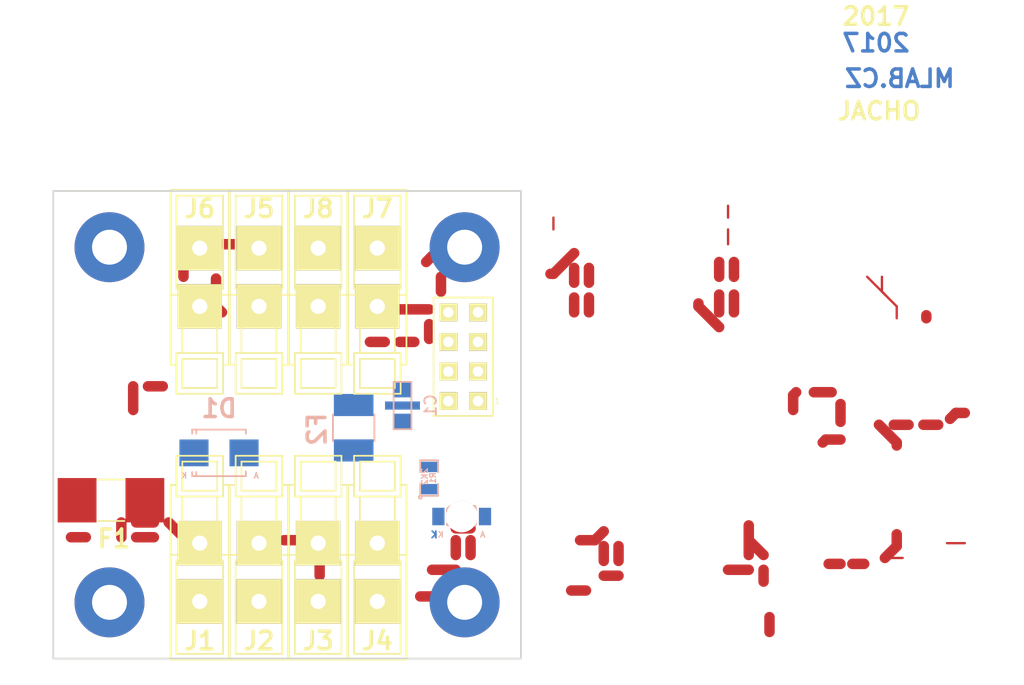
<source format=kicad_pcb>
(kicad_pcb (version 20170123) (host pcbnew "(2017-02-05 revision 431abcf)-makepkg")

  (general
    (links 31)
    (no_connects 31)
    (area 0.178999 -40.461001 81.101001 -0.178999)
    (thickness 1.6)
    (drawings 8)
    (tracks 91)
    (zones 0)
    (modules 19)
    (nets 7)
  )

  (page A4)
  (layers
    (0 F.Cu signal hide)
    (31 B.Cu signal)
    (32 B.Adhes user)
    (33 F.Adhes user)
    (34 B.Paste user)
    (35 F.Paste user)
    (36 B.SilkS user)
    (37 F.SilkS user)
    (38 B.Mask user)
    (39 F.Mask user)
    (40 Dwgs.User user)
    (41 Cmts.User user)
    (42 Eco1.User user)
    (43 Eco2.User user)
    (44 Edge.Cuts user)
    (45 Margin user)
    (46 B.CrtYd user)
    (47 F.CrtYd user)
    (48 B.Fab user)
    (49 F.Fab user)
  )

  (setup
    (last_trace_width 0.3)
    (user_trace_width 0.6)
    (user_trace_width 0.7)
    (user_trace_width 0.9)
    (user_trace_width 1.3)
    (user_trace_width 6)
    (trace_clearance 0.2)
    (zone_clearance 0.3)
    (zone_45_only yes)
    (trace_min 0.2)
    (segment_width 0.2)
    (edge_width 0.15)
    (via_size 0.8)
    (via_drill 0.4)
    (via_min_size 0.4)
    (via_min_drill 0.3)
    (uvia_size 0.3)
    (uvia_drill 0.127)
    (uvias_allowed no)
    (uvia_min_size 0.2)
    (uvia_min_drill 0.1)
    (pcb_text_width 0.3)
    (pcb_text_size 1.5 1.5)
    (mod_edge_width 0.15)
    (mod_text_size 1 1)
    (mod_text_width 0.15)
    (pad_size 1.524 1.524)
    (pad_drill 0.762)
    (pad_to_mask_clearance 0.2)
    (solder_mask_min_width 0.2)
    (aux_axis_origin 0 0)
    (visible_elements 7FFFFF7F)
    (pcbplotparams
      (layerselection 0x010e0_ffffffff)
      (usegerberextensions false)
      (excludeedgelayer true)
      (linewidth 0.300000)
      (plotframeref false)
      (viasonmask false)
      (mode 1)
      (useauxorigin false)
      (hpglpennumber 1)
      (hpglpenspeed 20)
      (hpglpendiameter 15)
      (psnegative false)
      (psa4output false)
      (plotreference true)
      (plotvalue true)
      (plotinvisibletext false)
      (padsonsilk false)
      (subtractmaskfromsilk false)
      (outputformat 1)
      (mirror false)
      (drillshape 0)
      (scaleselection 1)
      (outputdirectory ../CAM_PROFI/))
  )

  (net 0 "")
  (net 1 GND)
  (net 2 "Net-(D1-Pad1)")
  (net 3 "Net-(D2-Pad1)")
  (net 4 "Net-(C1-Pad1)")
  (net 5 "Net-(C1-Pad3)")
  (net 6 "Net-(F1-Pad2)")

  (net_class Default "Toto je výchozí třída sítě."
    (clearance 0.2)
    (trace_width 0.3)
    (via_dia 0.8)
    (via_drill 0.4)
    (uvia_dia 0.3)
    (uvia_drill 0.127)
    (add_net "Net-(C1-Pad1)")
    (add_net "Net-(C1-Pad3)")
    (add_net "Net-(D1-Pad1)")
    (add_net "Net-(D2-Pad1)")
    (add_net "Net-(F1-Pad2)")
  )

  (net_class gnd ""
    (clearance 0.2)
    (trace_width 0.2)
    (via_dia 0.8)
    (via_drill 0.4)
    (uvia_dia 0.3)
    (uvia_drill 0.127)
    (add_net GND)
  )

  (module Mlab_Mechanical:MountingHole_3mm placed (layer F.Cu) (tedit 58806C2B) (tstamp 587F2DD9)
    (at 35.56 -35.56)
    (descr "Mounting hole, Befestigungsbohrung, 3mm, No Annular, Kein Restring,")
    (tags "Mounting hole, Befestigungsbohrung, 3mm, No Annular, Kein Restring,")
    (path /587F245C)
    (fp_text reference P1 (at 0 -4.191) (layer F.SilkS) hide
      (effects (font (thickness 0.3048)))
    )
    (fp_text value _ (at 0 4.191) (layer F.SilkS) hide
      (effects (font (thickness 0.3048)))
    )
    (fp_circle (center 0 0) (end 2.99974 0) (layer Cmts.User) (width 0.381))
    (pad 1 thru_hole circle (at 0 0) (size 6 6) (drill 3) (layers *.Cu *.Adhes *.Mask)
      (clearance 1) (zone_connect 2))
  )

  (module Mlab_Mechanical:MountingHole_3mm placed (layer F.Cu) (tedit 58806C2B) (tstamp 587F2DDE)
    (at 35.56 -5.08)
    (descr "Mounting hole, Befestigungsbohrung, 3mm, No Annular, Kein Restring,")
    (tags "Mounting hole, Befestigungsbohrung, 3mm, No Annular, Kein Restring,")
    (path /587F2725)
    (fp_text reference P2 (at 0 -4.191) (layer F.SilkS) hide
      (effects (font (thickness 0.3048)))
    )
    (fp_text value _ (at 0 4.191) (layer F.SilkS) hide
      (effects (font (thickness 0.3048)))
    )
    (fp_circle (center 0 0) (end 2.99974 0) (layer Cmts.User) (width 0.381))
    (pad 1 thru_hole circle (at 0 0) (size 6 6) (drill 3) (layers *.Cu *.Adhes *.Mask)
      (clearance 1) (zone_connect 2))
  )

  (module Mlab_Mechanical:MountingHole_3mm placed (layer F.Cu) (tedit 58806C2B) (tstamp 587F2DE3)
    (at 5.08 -35.56)
    (descr "Mounting hole, Befestigungsbohrung, 3mm, No Annular, Kein Restring,")
    (tags "Mounting hole, Befestigungsbohrung, 3mm, No Annular, Kein Restring,")
    (path /587F26AA)
    (fp_text reference P3 (at 0 -4.191) (layer F.SilkS) hide
      (effects (font (thickness 0.3048)))
    )
    (fp_text value _ (at 0 4.191) (layer F.SilkS) hide
      (effects (font (thickness 0.3048)))
    )
    (fp_circle (center 0 0) (end 2.99974 0) (layer Cmts.User) (width 0.381))
    (pad 1 thru_hole circle (at 0 0) (size 6 6) (drill 3) (layers *.Cu *.Adhes *.Mask)
      (clearance 1) (zone_connect 2))
  )

  (module Mlab_Mechanical:MountingHole_3mm placed (layer F.Cu) (tedit 58806C2B) (tstamp 587F2DE8)
    (at 5.08 -5.08)
    (descr "Mounting hole, Befestigungsbohrung, 3mm, No Annular, Kein Restring,")
    (tags "Mounting hole, Befestigungsbohrung, 3mm, No Annular, Kein Restring,")
    (path /587F27A7)
    (fp_text reference P4 (at 0 -4.191) (layer F.SilkS) hide
      (effects (font (thickness 0.3048)))
    )
    (fp_text value _ (at 0 4.191) (layer F.SilkS) hide
      (effects (font (thickness 0.3048)))
    )
    (fp_circle (center 0 0) (end 2.99974 0) (layer Cmts.User) (width 0.381))
    (pad 1 thru_hole circle (at 0 0) (size 6 6) (drill 3) (layers *.Cu *.Adhes *.Mask)
      (clearance 1) (zone_connect 2))
  )

  (module Mlab_L:FIR1 (layer B.Cu) (tedit 54BBE5C1) (tstamp 58D10B36)
    (at 30.226 -21.971 90)
    (path /58D206F9)
    (fp_text reference C1 (at 0 2.413 90) (layer B.SilkS)
      (effects (font (size 1 1) (thickness 0.15)) (justify mirror))
    )
    (fp_text value NFM21PC105 (at 2.794 -1.905 90) (layer B.SilkS) hide
      (effects (font (size 1 1) (thickness 0.15)) (justify mirror))
    )
    (fp_line (start -2.032 0.762) (end 2.032 0.762) (layer B.SilkS) (width 0.15))
    (fp_line (start 2.032 0.762) (end 2.032 -0.762) (layer B.SilkS) (width 0.15))
    (fp_line (start 2.032 -0.762) (end -2.032 -0.762) (layer B.SilkS) (width 0.15))
    (fp_line (start -2.032 -0.762) (end -2.032 0.762) (layer B.SilkS) (width 0.15))
    (fp_line (start -2.032 0.762) (end -2.032 0.635) (layer B.SilkS) (width 0.15))
    (pad 1 smd rect (at -1.35 0 90) (size 1.3 1.5) (layers B.Cu B.Paste B.Mask)
      (net 4 "Net-(C1-Pad1)"))
    (pad 2 smd rect (at 0 0 90) (size 0.7 3) (layers B.Cu B.Paste B.Mask)
      (net 1 GND))
    (pad 3 smd rect (at 1.35 0 90) (size 1.3 1.5) (layers B.Cu B.Paste B.Mask)
      (net 5 "Net-(C1-Pad3)"))
    (model MLAB_3D/Resistors/chip_cms.wrl
      (at (xyz 0 0 0))
      (scale (xyz 0.13 0.13 0.13))
      (rotate (xyz 0 0 0))
    )
  )

  (module Mlab_D:SMB_Standard (layer B.Cu) (tedit 57E4C38F) (tstamp 58D10B43)
    (at 14.478 -17.907 180)
    (descr "Diode SMB Standard")
    (tags "Diode SMB Standard")
    (path /587F4E10)
    (attr smd)
    (fp_text reference D1 (at 0 3.81 180) (layer B.SilkS)
      (effects (font (thickness 0.3048)) (justify mirror))
    )
    (fp_text value SMBJ15A-E3/52 (at 0 -3.81 180) (layer B.SilkS) hide
      (effects (font (thickness 0.3048)) (justify mirror))
    )
    (fp_text user A (at -3.2004 -1.95072 180) (layer B.SilkS)
      (effects (font (size 0.50038 0.50038) (thickness 0.09906)) (justify mirror))
    )
    (fp_text user K (at 2.99974 -1.95072 180) (layer B.SilkS)
      (effects (font (size 0.50038 0.50038) (thickness 0.09906)) (justify mirror))
    )
    (fp_line (start -2.30124 -1.75006) (end -2.30124 -1.6002) (layer B.SilkS) (width 0.15))
    (fp_line (start 1.95072 -1.75006) (end 1.95072 -1.651) (layer B.SilkS) (width 0.15))
    (fp_line (start 2.30124 -1.75006) (end 2.30124 -1.651) (layer B.SilkS) (width 0.15))
    (fp_line (start -2.30124 1.75006) (end -2.30124 1.651) (layer B.SilkS) (width 0.15))
    (fp_line (start 1.95072 1.75006) (end 1.95072 1.651) (layer B.SilkS) (width 0.15))
    (fp_line (start 2.30124 1.75006) (end 2.30124 1.651) (layer B.SilkS) (width 0.15))
    (fp_circle (center 0 0) (end 0.44958 -0.09906) (layer B.Adhes) (width 0.381))
    (fp_circle (center 0 0) (end 0.20066 -0.09906) (layer B.Adhes) (width 0.381))
    (fp_line (start 1.95072 -1.99898) (end 1.95072 -1.80086) (layer B.SilkS) (width 0.15))
    (fp_line (start 1.95072 1.99898) (end 1.95072 1.80086) (layer B.SilkS) (width 0.15))
    (fp_line (start 2.29616 -1.99644) (end 2.29616 -1.79832) (layer B.SilkS) (width 0.15))
    (fp_line (start -2.30632 -1.99644) (end 2.29616 -1.99644) (layer B.SilkS) (width 0.15))
    (fp_line (start -2.30632 -1.99644) (end -2.30632 -1.79832) (layer B.SilkS) (width 0.15))
    (fp_line (start -2.30124 1.99898) (end -2.30124 1.80086) (layer B.SilkS) (width 0.15))
    (fp_line (start -2.30124 1.99898) (end 2.30124 1.99898) (layer B.SilkS) (width 0.15))
    (fp_line (start 2.30124 1.99898) (end 2.30124 1.80086) (layer B.SilkS) (width 0.15))
    (pad 1 smd rect (at 2.14884 0 180) (size 2.49936 2.30124) (layers B.Cu B.Paste B.Mask)
      (net 2 "Net-(D1-Pad1)"))
    (pad 2 smd rect (at -2.14884 0 180) (size 2.49936 2.30124) (layers B.Cu B.Paste B.Mask)
      (net 1 GND))
    (model MLAB_3D/Diodes/SMB.wrl
      (at (xyz 0 0 0))
      (scale (xyz 0.3937 0.3937 0.3937))
      (rotate (xyz 0 0 0))
    )
  )

  (module Mlab_F:Drzak_2410 (layer F.Cu) (tedit 58D1358B) (tstamp 58D10B6A)
    (at 5.207 -13.843)
    (descr "F 2410 s držákem")
    (tags "F 2410 s držákem")
    (path /58D15B83)
    (attr smd)
    (fp_text reference F1 (at 0.254 3.302) (layer F.SilkS)
      (effects (font (thickness 0.3048)))
    )
    (fp_text value 5A (at 0 3.81) (layer F.SilkS) hide
      (effects (font (thickness 0.3048)))
    )
    (fp_line (start -1.143 -1.778) (end 1.143 -1.778) (layer F.SilkS) (width 0.15))
    (fp_line (start -1.143 1.778) (end 1.143 1.778) (layer F.SilkS) (width 0.15))
    (pad 2 smd rect (at 2.91 0) (size 3.33 3.81) (layers F.Cu F.Paste F.Mask)
      (net 6 "Net-(F1-Pad2)"))
    (pad 1 smd rect (at -2.91 0) (size 3.33 3.81) (layers F.Cu F.Paste F.Mask)
      (net 2 "Net-(D1-Pad1)"))
    (model MLAB_3D/Diodes/MiniMELF_DO213AA.wrl
      (at (xyz 0 0 0))
      (scale (xyz 0.3937 0.3937 0.3937))
      (rotate (xyz 0 0 0))
    )
  )

  (module Mlab_CON:WAGO256 (layer F.Cu) (tedit 564C6037) (tstamp 58D10B82)
    (at 12.827 -7.62 90)
    (descr "WAGO-Series 236, 2Stift, 1pol, RM 5mm,")
    (tags "WAGO-Series 236, 2Stift, 1pol, RM 5mm, Anreibare Leiterplattenklemme")
    (path /58821980)
    (fp_text reference J1 (at -5.842 0 180) (layer F.SilkS)
      (effects (font (thickness 0.3048)))
    )
    (fp_text value CONN1_1 (at 0.254 4.064 90) (layer F.SilkS) hide
      (effects (font (thickness 0.3048)))
    )
    (fp_line (start -7.46 -2.5) (end 1.54 -2.5) (layer F.SilkS) (width 0.15))
    (fp_line (start 1.54 2.5) (end -7.46 2.5) (layer F.SilkS) (width 0.15))
    (fp_line (start 1.54 -2.5) (end 7.54 -2.5) (layer F.SilkS) (width 0.15))
    (fp_line (start -6.9601 -2) (end 1.0399 -2) (layer F.SilkS) (width 0.15))
    (fp_line (start 3.54 -1.5) (end 6.54 -1.5) (layer F.SilkS) (width 0.15))
    (fp_line (start 1.54 2.5) (end 7.54 2.5) (layer F.SilkS) (width 0.15))
    (fp_line (start -6.9601 2) (end 1.0399 2) (layer F.SilkS) (width 0.15))
    (fp_line (start 3.54 1.5) (end 6.54 1.5) (layer F.SilkS) (width 0.15))
    (fp_line (start 6.54 -2) (end 10.041 -2) (layer F.SilkS) (width 0.15))
    (fp_line (start 7.0401 -1.5) (end 9.54 -1.5) (layer F.SilkS) (width 0.15))
    (fp_line (start 1.0399 -1) (end 1.54 -1) (layer F.SilkS) (width 0.15))
    (fp_line (start 6.54 2) (end 10.0401 2) (layer F.SilkS) (width 0.15))
    (fp_line (start 7.0401 1.5) (end 9.54 1.5) (layer F.SilkS) (width 0.15))
    (fp_line (start 1.0399 1) (end 1.54 1) (layer F.SilkS) (width 0.15))
    (fp_line (start -6.9601 2) (end -6.9601 -2) (layer F.SilkS) (width 0.15))
    (fp_line (start 1.0399 -2) (end 1.0399 2) (layer F.SilkS) (width 0.15))
    (fp_line (start 3.54 1.5001) (end 3.54 -1.5001) (layer F.SilkS) (width 0.15))
    (fp_line (start 6.54 -2) (end 6.54 2) (layer F.SilkS) (width 0.15))
    (fp_line (start 10.0401 -2) (end 10.0401 2) (layer F.SilkS) (width 0.15))
    (fp_line (start 7.0401 1.501) (end 7.0401 -1.501) (layer F.SilkS) (width 0.15))
    (fp_line (start 9.54 1.501) (end 9.54 -1.501) (layer F.SilkS) (width 0.15))
    (fp_line (start -7.46 2.5001) (end -7.46 -2.5001) (layer F.SilkS) (width 0.15))
    (fp_line (start 1.54 2.5001) (end 1.54 -2.5001) (layer F.SilkS) (width 0.15))
    (fp_line (start 7.54 -2) (end 7.54 -2.5) (layer F.SilkS) (width 0.15))
    (fp_line (start 7.54 2.5) (end 7.54 2) (layer F.SilkS) (width 0.15))
    (pad 1 thru_hole rect (at 2.54 0 180) (size 3.81 3.81) (drill 1.3) (layers *.Cu *.Mask F.SilkS)
      (net 6 "Net-(F1-Pad2)"))
    (pad 1 thru_hole rect (at -2.46 0 180) (size 3.81 3.81) (drill 1.3) (layers *.Cu *.Mask F.SilkS)
      (net 6 "Net-(F1-Pad2)"))
  )

  (module Mlab_CON:WAGO256 (layer F.Cu) (tedit 564C6037) (tstamp 58D10B88)
    (at 17.907 -7.62 90)
    (descr "WAGO-Series 236, 2Stift, 1pol, RM 5mm,")
    (tags "WAGO-Series 236, 2Stift, 1pol, RM 5mm, Anreibare Leiterplattenklemme")
    (path /588234A6)
    (fp_text reference J2 (at -5.842 0 180) (layer F.SilkS)
      (effects (font (thickness 0.3048)))
    )
    (fp_text value CONN1_1 (at 0.254 4.064 90) (layer F.SilkS) hide
      (effects (font (thickness 0.3048)))
    )
    (fp_line (start 7.54 2.5) (end 7.54 2) (layer F.SilkS) (width 0.15))
    (fp_line (start 7.54 -2) (end 7.54 -2.5) (layer F.SilkS) (width 0.15))
    (fp_line (start 1.54 2.5001) (end 1.54 -2.5001) (layer F.SilkS) (width 0.15))
    (fp_line (start -7.46 2.5001) (end -7.46 -2.5001) (layer F.SilkS) (width 0.15))
    (fp_line (start 9.54 1.501) (end 9.54 -1.501) (layer F.SilkS) (width 0.15))
    (fp_line (start 7.0401 1.501) (end 7.0401 -1.501) (layer F.SilkS) (width 0.15))
    (fp_line (start 10.0401 -2) (end 10.0401 2) (layer F.SilkS) (width 0.15))
    (fp_line (start 6.54 -2) (end 6.54 2) (layer F.SilkS) (width 0.15))
    (fp_line (start 3.54 1.5001) (end 3.54 -1.5001) (layer F.SilkS) (width 0.15))
    (fp_line (start 1.0399 -2) (end 1.0399 2) (layer F.SilkS) (width 0.15))
    (fp_line (start -6.9601 2) (end -6.9601 -2) (layer F.SilkS) (width 0.15))
    (fp_line (start 1.0399 1) (end 1.54 1) (layer F.SilkS) (width 0.15))
    (fp_line (start 7.0401 1.5) (end 9.54 1.5) (layer F.SilkS) (width 0.15))
    (fp_line (start 6.54 2) (end 10.0401 2) (layer F.SilkS) (width 0.15))
    (fp_line (start 1.0399 -1) (end 1.54 -1) (layer F.SilkS) (width 0.15))
    (fp_line (start 7.0401 -1.5) (end 9.54 -1.5) (layer F.SilkS) (width 0.15))
    (fp_line (start 6.54 -2) (end 10.041 -2) (layer F.SilkS) (width 0.15))
    (fp_line (start 3.54 1.5) (end 6.54 1.5) (layer F.SilkS) (width 0.15))
    (fp_line (start -6.9601 2) (end 1.0399 2) (layer F.SilkS) (width 0.15))
    (fp_line (start 1.54 2.5) (end 7.54 2.5) (layer F.SilkS) (width 0.15))
    (fp_line (start 3.54 -1.5) (end 6.54 -1.5) (layer F.SilkS) (width 0.15))
    (fp_line (start -6.9601 -2) (end 1.0399 -2) (layer F.SilkS) (width 0.15))
    (fp_line (start 1.54 -2.5) (end 7.54 -2.5) (layer F.SilkS) (width 0.15))
    (fp_line (start 1.54 2.5) (end -7.46 2.5) (layer F.SilkS) (width 0.15))
    (fp_line (start -7.46 -2.5) (end 1.54 -2.5) (layer F.SilkS) (width 0.15))
    (pad 1 thru_hole rect (at -2.46 0 180) (size 3.81 3.81) (drill 1.3) (layers *.Cu *.Mask F.SilkS)
      (net 1 GND))
    (pad 1 thru_hole rect (at 2.54 0 180) (size 3.81 3.81) (drill 1.3) (layers *.Cu *.Mask F.SilkS)
      (net 1 GND))
  )

  (module Mlab_CON:WAGO256 (layer F.Cu) (tedit 564C6037) (tstamp 58D10B8E)
    (at 22.987 -7.62 90)
    (descr "WAGO-Series 236, 2Stift, 1pol, RM 5mm,")
    (tags "WAGO-Series 236, 2Stift, 1pol, RM 5mm, Anreibare Leiterplattenklemme")
    (path /58D1716C)
    (fp_text reference J3 (at -5.842 0 180) (layer F.SilkS)
      (effects (font (thickness 0.3048)))
    )
    (fp_text value CONN1_1 (at 0.254 4.064 90) (layer F.SilkS) hide
      (effects (font (thickness 0.3048)))
    )
    (fp_line (start -7.46 -2.5) (end 1.54 -2.5) (layer F.SilkS) (width 0.15))
    (fp_line (start 1.54 2.5) (end -7.46 2.5) (layer F.SilkS) (width 0.15))
    (fp_line (start 1.54 -2.5) (end 7.54 -2.5) (layer F.SilkS) (width 0.15))
    (fp_line (start -6.9601 -2) (end 1.0399 -2) (layer F.SilkS) (width 0.15))
    (fp_line (start 3.54 -1.5) (end 6.54 -1.5) (layer F.SilkS) (width 0.15))
    (fp_line (start 1.54 2.5) (end 7.54 2.5) (layer F.SilkS) (width 0.15))
    (fp_line (start -6.9601 2) (end 1.0399 2) (layer F.SilkS) (width 0.15))
    (fp_line (start 3.54 1.5) (end 6.54 1.5) (layer F.SilkS) (width 0.15))
    (fp_line (start 6.54 -2) (end 10.041 -2) (layer F.SilkS) (width 0.15))
    (fp_line (start 7.0401 -1.5) (end 9.54 -1.5) (layer F.SilkS) (width 0.15))
    (fp_line (start 1.0399 -1) (end 1.54 -1) (layer F.SilkS) (width 0.15))
    (fp_line (start 6.54 2) (end 10.0401 2) (layer F.SilkS) (width 0.15))
    (fp_line (start 7.0401 1.5) (end 9.54 1.5) (layer F.SilkS) (width 0.15))
    (fp_line (start 1.0399 1) (end 1.54 1) (layer F.SilkS) (width 0.15))
    (fp_line (start -6.9601 2) (end -6.9601 -2) (layer F.SilkS) (width 0.15))
    (fp_line (start 1.0399 -2) (end 1.0399 2) (layer F.SilkS) (width 0.15))
    (fp_line (start 3.54 1.5001) (end 3.54 -1.5001) (layer F.SilkS) (width 0.15))
    (fp_line (start 6.54 -2) (end 6.54 2) (layer F.SilkS) (width 0.15))
    (fp_line (start 10.0401 -2) (end 10.0401 2) (layer F.SilkS) (width 0.15))
    (fp_line (start 7.0401 1.501) (end 7.0401 -1.501) (layer F.SilkS) (width 0.15))
    (fp_line (start 9.54 1.501) (end 9.54 -1.501) (layer F.SilkS) (width 0.15))
    (fp_line (start -7.46 2.5001) (end -7.46 -2.5001) (layer F.SilkS) (width 0.15))
    (fp_line (start 1.54 2.5001) (end 1.54 -2.5001) (layer F.SilkS) (width 0.15))
    (fp_line (start 7.54 -2) (end 7.54 -2.5) (layer F.SilkS) (width 0.15))
    (fp_line (start 7.54 2.5) (end 7.54 2) (layer F.SilkS) (width 0.15))
    (pad 1 thru_hole rect (at 2.54 0 180) (size 3.81 3.81) (drill 1.3) (layers *.Cu *.Mask F.SilkS)
      (net 6 "Net-(F1-Pad2)"))
    (pad 1 thru_hole rect (at -2.46 0 180) (size 3.81 3.81) (drill 1.3) (layers *.Cu *.Mask F.SilkS)
      (net 6 "Net-(F1-Pad2)"))
  )

  (module Mlab_CON:WAGO256 (layer F.Cu) (tedit 564C6037) (tstamp 58D10B94)
    (at 28.067 -7.62 90)
    (descr "WAGO-Series 236, 2Stift, 1pol, RM 5mm,")
    (tags "WAGO-Series 236, 2Stift, 1pol, RM 5mm, Anreibare Leiterplattenklemme")
    (path /58D17172)
    (fp_text reference J4 (at -5.842 0 180) (layer F.SilkS)
      (effects (font (thickness 0.3048)))
    )
    (fp_text value CONN1_1 (at 0.254 4.064 90) (layer F.SilkS) hide
      (effects (font (thickness 0.3048)))
    )
    (fp_line (start 7.54 2.5) (end 7.54 2) (layer F.SilkS) (width 0.15))
    (fp_line (start 7.54 -2) (end 7.54 -2.5) (layer F.SilkS) (width 0.15))
    (fp_line (start 1.54 2.5001) (end 1.54 -2.5001) (layer F.SilkS) (width 0.15))
    (fp_line (start -7.46 2.5001) (end -7.46 -2.5001) (layer F.SilkS) (width 0.15))
    (fp_line (start 9.54 1.501) (end 9.54 -1.501) (layer F.SilkS) (width 0.15))
    (fp_line (start 7.0401 1.501) (end 7.0401 -1.501) (layer F.SilkS) (width 0.15))
    (fp_line (start 10.0401 -2) (end 10.0401 2) (layer F.SilkS) (width 0.15))
    (fp_line (start 6.54 -2) (end 6.54 2) (layer F.SilkS) (width 0.15))
    (fp_line (start 3.54 1.5001) (end 3.54 -1.5001) (layer F.SilkS) (width 0.15))
    (fp_line (start 1.0399 -2) (end 1.0399 2) (layer F.SilkS) (width 0.15))
    (fp_line (start -6.9601 2) (end -6.9601 -2) (layer F.SilkS) (width 0.15))
    (fp_line (start 1.0399 1) (end 1.54 1) (layer F.SilkS) (width 0.15))
    (fp_line (start 7.0401 1.5) (end 9.54 1.5) (layer F.SilkS) (width 0.15))
    (fp_line (start 6.54 2) (end 10.0401 2) (layer F.SilkS) (width 0.15))
    (fp_line (start 1.0399 -1) (end 1.54 -1) (layer F.SilkS) (width 0.15))
    (fp_line (start 7.0401 -1.5) (end 9.54 -1.5) (layer F.SilkS) (width 0.15))
    (fp_line (start 6.54 -2) (end 10.041 -2) (layer F.SilkS) (width 0.15))
    (fp_line (start 3.54 1.5) (end 6.54 1.5) (layer F.SilkS) (width 0.15))
    (fp_line (start -6.9601 2) (end 1.0399 2) (layer F.SilkS) (width 0.15))
    (fp_line (start 1.54 2.5) (end 7.54 2.5) (layer F.SilkS) (width 0.15))
    (fp_line (start 3.54 -1.5) (end 6.54 -1.5) (layer F.SilkS) (width 0.15))
    (fp_line (start -6.9601 -2) (end 1.0399 -2) (layer F.SilkS) (width 0.15))
    (fp_line (start 1.54 -2.5) (end 7.54 -2.5) (layer F.SilkS) (width 0.15))
    (fp_line (start 1.54 2.5) (end -7.46 2.5) (layer F.SilkS) (width 0.15))
    (fp_line (start -7.46 -2.5) (end 1.54 -2.5) (layer F.SilkS) (width 0.15))
    (pad 1 thru_hole rect (at -2.46 0 180) (size 3.81 3.81) (drill 1.3) (layers *.Cu *.Mask F.SilkS)
      (net 1 GND))
    (pad 1 thru_hole rect (at 2.54 0 180) (size 3.81 3.81) (drill 1.3) (layers *.Cu *.Mask F.SilkS)
      (net 1 GND))
  )

  (module Mlab_CON:WAGO256 (layer F.Cu) (tedit 564C6037) (tstamp 58D10B9A)
    (at 17.907 -33.02 270)
    (descr "WAGO-Series 236, 2Stift, 1pol, RM 5mm,")
    (tags "WAGO-Series 236, 2Stift, 1pol, RM 5mm, Anreibare Leiterplattenklemme")
    (path /58D14565)
    (fp_text reference J5 (at -5.842 0) (layer F.SilkS)
      (effects (font (thickness 0.3048)))
    )
    (fp_text value CONN1_1 (at 0.254 4.064 270) (layer F.SilkS) hide
      (effects (font (thickness 0.3048)))
    )
    (fp_line (start -7.46 -2.5) (end 1.54 -2.5) (layer F.SilkS) (width 0.15))
    (fp_line (start 1.54 2.5) (end -7.46 2.5) (layer F.SilkS) (width 0.15))
    (fp_line (start 1.54 -2.5) (end 7.54 -2.5) (layer F.SilkS) (width 0.15))
    (fp_line (start -6.9601 -2) (end 1.0399 -2) (layer F.SilkS) (width 0.15))
    (fp_line (start 3.54 -1.5) (end 6.54 -1.5) (layer F.SilkS) (width 0.15))
    (fp_line (start 1.54 2.5) (end 7.54 2.5) (layer F.SilkS) (width 0.15))
    (fp_line (start -6.9601 2) (end 1.0399 2) (layer F.SilkS) (width 0.15))
    (fp_line (start 3.54 1.5) (end 6.54 1.5) (layer F.SilkS) (width 0.15))
    (fp_line (start 6.54 -2) (end 10.041 -2) (layer F.SilkS) (width 0.15))
    (fp_line (start 7.0401 -1.5) (end 9.54 -1.5) (layer F.SilkS) (width 0.15))
    (fp_line (start 1.0399 -1) (end 1.54 -1) (layer F.SilkS) (width 0.15))
    (fp_line (start 6.54 2) (end 10.0401 2) (layer F.SilkS) (width 0.15))
    (fp_line (start 7.0401 1.5) (end 9.54 1.5) (layer F.SilkS) (width 0.15))
    (fp_line (start 1.0399 1) (end 1.54 1) (layer F.SilkS) (width 0.15))
    (fp_line (start -6.9601 2) (end -6.9601 -2) (layer F.SilkS) (width 0.15))
    (fp_line (start 1.0399 -2) (end 1.0399 2) (layer F.SilkS) (width 0.15))
    (fp_line (start 3.54 1.5001) (end 3.54 -1.5001) (layer F.SilkS) (width 0.15))
    (fp_line (start 6.54 -2) (end 6.54 2) (layer F.SilkS) (width 0.15))
    (fp_line (start 10.0401 -2) (end 10.0401 2) (layer F.SilkS) (width 0.15))
    (fp_line (start 7.0401 1.501) (end 7.0401 -1.501) (layer F.SilkS) (width 0.15))
    (fp_line (start 9.54 1.501) (end 9.54 -1.501) (layer F.SilkS) (width 0.15))
    (fp_line (start -7.46 2.5001) (end -7.46 -2.5001) (layer F.SilkS) (width 0.15))
    (fp_line (start 1.54 2.5001) (end 1.54 -2.5001) (layer F.SilkS) (width 0.15))
    (fp_line (start 7.54 -2) (end 7.54 -2.5) (layer F.SilkS) (width 0.15))
    (fp_line (start 7.54 2.5) (end 7.54 2) (layer F.SilkS) (width 0.15))
    (pad 1 thru_hole rect (at 2.54 0) (size 3.81 3.81) (drill 1.3) (layers *.Cu *.Mask F.SilkS)
      (net 2 "Net-(D1-Pad1)"))
    (pad 1 thru_hole rect (at -2.46 0) (size 3.81 3.81) (drill 1.3) (layers *.Cu *.Mask F.SilkS)
      (net 2 "Net-(D1-Pad1)"))
  )

  (module Mlab_CON:WAGO256 (layer F.Cu) (tedit 564C6037) (tstamp 58D10BA0)
    (at 12.827 -33.02 270)
    (descr "WAGO-Series 236, 2Stift, 1pol, RM 5mm,")
    (tags "WAGO-Series 236, 2Stift, 1pol, RM 5mm, Anreibare Leiterplattenklemme")
    (path /58D1456B)
    (fp_text reference J6 (at -5.842 0) (layer F.SilkS)
      (effects (font (thickness 0.3048)))
    )
    (fp_text value CONN1_1 (at 0.254 4.064 270) (layer F.SilkS) hide
      (effects (font (thickness 0.3048)))
    )
    (fp_line (start 7.54 2.5) (end 7.54 2) (layer F.SilkS) (width 0.15))
    (fp_line (start 7.54 -2) (end 7.54 -2.5) (layer F.SilkS) (width 0.15))
    (fp_line (start 1.54 2.5001) (end 1.54 -2.5001) (layer F.SilkS) (width 0.15))
    (fp_line (start -7.46 2.5001) (end -7.46 -2.5001) (layer F.SilkS) (width 0.15))
    (fp_line (start 9.54 1.501) (end 9.54 -1.501) (layer F.SilkS) (width 0.15))
    (fp_line (start 7.0401 1.501) (end 7.0401 -1.501) (layer F.SilkS) (width 0.15))
    (fp_line (start 10.0401 -2) (end 10.0401 2) (layer F.SilkS) (width 0.15))
    (fp_line (start 6.54 -2) (end 6.54 2) (layer F.SilkS) (width 0.15))
    (fp_line (start 3.54 1.5001) (end 3.54 -1.5001) (layer F.SilkS) (width 0.15))
    (fp_line (start 1.0399 -2) (end 1.0399 2) (layer F.SilkS) (width 0.15))
    (fp_line (start -6.9601 2) (end -6.9601 -2) (layer F.SilkS) (width 0.15))
    (fp_line (start 1.0399 1) (end 1.54 1) (layer F.SilkS) (width 0.15))
    (fp_line (start 7.0401 1.5) (end 9.54 1.5) (layer F.SilkS) (width 0.15))
    (fp_line (start 6.54 2) (end 10.0401 2) (layer F.SilkS) (width 0.15))
    (fp_line (start 1.0399 -1) (end 1.54 -1) (layer F.SilkS) (width 0.15))
    (fp_line (start 7.0401 -1.5) (end 9.54 -1.5) (layer F.SilkS) (width 0.15))
    (fp_line (start 6.54 -2) (end 10.041 -2) (layer F.SilkS) (width 0.15))
    (fp_line (start 3.54 1.5) (end 6.54 1.5) (layer F.SilkS) (width 0.15))
    (fp_line (start -6.9601 2) (end 1.0399 2) (layer F.SilkS) (width 0.15))
    (fp_line (start 1.54 2.5) (end 7.54 2.5) (layer F.SilkS) (width 0.15))
    (fp_line (start 3.54 -1.5) (end 6.54 -1.5) (layer F.SilkS) (width 0.15))
    (fp_line (start -6.9601 -2) (end 1.0399 -2) (layer F.SilkS) (width 0.15))
    (fp_line (start 1.54 -2.5) (end 7.54 -2.5) (layer F.SilkS) (width 0.15))
    (fp_line (start 1.54 2.5) (end -7.46 2.5) (layer F.SilkS) (width 0.15))
    (fp_line (start -7.46 -2.5) (end 1.54 -2.5) (layer F.SilkS) (width 0.15))
    (pad 1 thru_hole rect (at -2.46 0) (size 3.81 3.81) (drill 1.3) (layers *.Cu *.Mask F.SilkS)
      (net 1 GND))
    (pad 1 thru_hole rect (at 2.54 0) (size 3.81 3.81) (drill 1.3) (layers *.Cu *.Mask F.SilkS)
      (net 1 GND))
  )

  (module Mlab_CON:WAGO256 (layer F.Cu) (tedit 564C6037) (tstamp 58D10BAB)
    (at 22.987 -33.02 270)
    (descr "WAGO-Series 236, 2Stift, 1pol, RM 5mm,")
    (tags "WAGO-Series 236, 2Stift, 1pol, RM 5mm, Anreibare Leiterplattenklemme")
    (path /58D12FC4)
    (fp_text reference J8 (at -5.842 0) (layer F.SilkS)
      (effects (font (thickness 0.3048)))
    )
    (fp_text value CONN1_1 (at 0.254 4.064 270) (layer F.SilkS) hide
      (effects (font (thickness 0.3048)))
    )
    (fp_line (start -7.46 -2.5) (end 1.54 -2.5) (layer F.SilkS) (width 0.15))
    (fp_line (start 1.54 2.5) (end -7.46 2.5) (layer F.SilkS) (width 0.15))
    (fp_line (start 1.54 -2.5) (end 7.54 -2.5) (layer F.SilkS) (width 0.15))
    (fp_line (start -6.9601 -2) (end 1.0399 -2) (layer F.SilkS) (width 0.15))
    (fp_line (start 3.54 -1.5) (end 6.54 -1.5) (layer F.SilkS) (width 0.15))
    (fp_line (start 1.54 2.5) (end 7.54 2.5) (layer F.SilkS) (width 0.15))
    (fp_line (start -6.9601 2) (end 1.0399 2) (layer F.SilkS) (width 0.15))
    (fp_line (start 3.54 1.5) (end 6.54 1.5) (layer F.SilkS) (width 0.15))
    (fp_line (start 6.54 -2) (end 10.041 -2) (layer F.SilkS) (width 0.15))
    (fp_line (start 7.0401 -1.5) (end 9.54 -1.5) (layer F.SilkS) (width 0.15))
    (fp_line (start 1.0399 -1) (end 1.54 -1) (layer F.SilkS) (width 0.15))
    (fp_line (start 6.54 2) (end 10.0401 2) (layer F.SilkS) (width 0.15))
    (fp_line (start 7.0401 1.5) (end 9.54 1.5) (layer F.SilkS) (width 0.15))
    (fp_line (start 1.0399 1) (end 1.54 1) (layer F.SilkS) (width 0.15))
    (fp_line (start -6.9601 2) (end -6.9601 -2) (layer F.SilkS) (width 0.15))
    (fp_line (start 1.0399 -2) (end 1.0399 2) (layer F.SilkS) (width 0.15))
    (fp_line (start 3.54 1.5001) (end 3.54 -1.5001) (layer F.SilkS) (width 0.15))
    (fp_line (start 6.54 -2) (end 6.54 2) (layer F.SilkS) (width 0.15))
    (fp_line (start 10.0401 -2) (end 10.0401 2) (layer F.SilkS) (width 0.15))
    (fp_line (start 7.0401 1.501) (end 7.0401 -1.501) (layer F.SilkS) (width 0.15))
    (fp_line (start 9.54 1.501) (end 9.54 -1.501) (layer F.SilkS) (width 0.15))
    (fp_line (start -7.46 2.5001) (end -7.46 -2.5001) (layer F.SilkS) (width 0.15))
    (fp_line (start 1.54 2.5001) (end 1.54 -2.5001) (layer F.SilkS) (width 0.15))
    (fp_line (start 7.54 -2) (end 7.54 -2.5) (layer F.SilkS) (width 0.15))
    (fp_line (start 7.54 2.5) (end 7.54 2) (layer F.SilkS) (width 0.15))
    (pad 1 thru_hole rect (at 2.54 0) (size 3.81 3.81) (drill 1.3) (layers *.Cu *.Mask F.SilkS)
      (net 1 GND))
    (pad 1 thru_hole rect (at -2.46 0) (size 3.81 3.81) (drill 1.3) (layers *.Cu *.Mask F.SilkS)
      (net 1 GND))
  )

  (module Mlab_R:SMD-0805 (layer B.Cu) (tedit 54799E0C) (tstamp 58D10BCF)
    (at 32.512 -15.748 90)
    (path /58D2B23C)
    (attr smd)
    (fp_text reference R1 (at 0 0.3175 90) (layer B.SilkS)
      (effects (font (size 0.50038 0.50038) (thickness 0.10922)) (justify mirror))
    )
    (fp_text value 2K2 (at 0.127 -0.381 90) (layer B.SilkS)
      (effects (font (size 0.50038 0.50038) (thickness 0.10922)) (justify mirror))
    )
    (fp_line (start 1.524 -0.762) (end 0.508 -0.762) (layer B.SilkS) (width 0.15))
    (fp_line (start 1.524 0.762) (end 1.524 -0.762) (layer B.SilkS) (width 0.15))
    (fp_line (start 0.508 0.762) (end 1.524 0.762) (layer B.SilkS) (width 0.15))
    (fp_line (start -1.524 0.762) (end -0.508 0.762) (layer B.SilkS) (width 0.15))
    (fp_line (start -1.524 -0.762) (end -1.524 0.762) (layer B.SilkS) (width 0.15))
    (fp_line (start -0.508 -0.762) (end -1.524 -0.762) (layer B.SilkS) (width 0.15))
    (fp_circle (center -1.651 -0.762) (end -1.651 -0.635) (layer B.SilkS) (width 0.15))
    (pad 2 smd rect (at 0.9525 0 90) (size 0.889 1.397) (layers B.Cu B.Paste B.Mask)
      (net 1 GND))
    (pad 1 smd rect (at -0.9525 0 90) (size 0.889 1.397) (layers B.Cu B.Paste B.Mask)
      (net 3 "Net-(D2-Pad1)"))
    (model MLAB_3D/Resistors/chip_cms.wrl
      (at (xyz 0 0 0))
      (scale (xyz 0.1 0.1 0.1))
      (rotate (xyz 0 0 0))
    )
  )

  (module Mlab_D:LED_1206 (layer B.Cu) (tedit 56BDB304) (tstamp 58D12CEE)
    (at 35.306 -12.446 180)
    (descr "Diode Mini-MELF Standard")
    (tags "Diode Mini-MELF Standard")
    (path /58D29E7F)
    (attr smd)
    (fp_text reference D2 (at 0 0 180) (layer B.SilkS)
      (effects (font (thickness 0.3048)) (justify mirror))
    )
    (fp_text value RED (at 0 -3.81 180) (layer B.SilkS) hide
      (effects (font (thickness 0.3048)) (justify mirror))
    )
    (fp_line (start 2.21488 -1.50622) (end 2.53492 -1.81102) (layer B.Cu) (width 0.15))
    (fp_line (start 2.25298 -1.52146) (end 2.5273 -1.24968) (layer B.Cu) (width 0.15))
    (fp_line (start 2.2225 -1.24968) (end 2.21742 -1.81864) (layer B.Cu) (width 0.15))
    (fp_text user A (at -1.80086 -1.5494 180) (layer B.SilkS)
      (effects (font (size 0.50038 0.50038) (thickness 0.09906)) (justify mirror))
    )
    (fp_text user K (at 1.80086 -1.5494 180) (layer B.SilkS)
      (effects (font (size 0.50038 0.50038) (thickness 0.09906)) (justify mirror))
    )
    (pad 2 smd rect (at -2 0 180) (size 1.05 1.5) (layers B.Cu B.Paste B.Mask)
      (net 4 "Net-(C1-Pad1)"))
    (pad 1 smd rect (at 2 0 180) (size 1.05 1.5) (layers B.Cu B.Paste B.Mask)
      (net 3 "Net-(D2-Pad1)"))
    (pad "" np_thru_hole circle (at 0 0 180) (size 2.7 2.7) (drill 2.7) (layers *.Cu *.Mask B.SilkS))
    (model MLAB_3D/Diodes/MiniMELF_DO213AA.wrl
      (at (xyz 0 0 0))
      (scale (xyz 0.3937 0.3937 0.3937))
      (rotate (xyz 0 0 0))
    )
  )

  (module Mlab_F:1812 (layer B.Cu) (tedit 5534B729) (tstamp 58D12CF9)
    (at 26.035 -20.066 270)
    (descr "Diode Mini-MELF Standard")
    (tags "Diode Mini-MELF Standard")
    (path /58D2DFD6)
    (attr smd)
    (fp_text reference F2 (at 0.13462 3.15468 270) (layer B.SilkS)
      (effects (font (thickness 0.3048)) (justify mirror))
    )
    (fp_text value 1.1A (at 0 -3.81 270) (layer B.SilkS) hide
      (effects (font (thickness 0.3048)) (justify mirror))
    )
    (fp_line (start -1.143 -1.778) (end 1.143 -1.778) (layer B.SilkS) (width 0.15))
    (fp_line (start -1.143 1.778) (end 1.143 1.778) (layer B.SilkS) (width 0.15))
    (pad 1 smd rect (at -1.95 0 270) (size 1.9 3.4) (layers B.Cu B.Paste B.Mask)
      (net 4 "Net-(C1-Pad1)"))
    (pad 2 smd rect (at 1.95 0 270) (size 1.9 3.4) (layers B.Cu B.Paste B.Mask)
      (net 2 "Net-(D1-Pad1)"))
    (model MLAB_3D/Diodes/MiniMELF_DO213AA.wrl
      (at (xyz 0 0 0))
      (scale (xyz 0.3937 0.3937 0.3937))
      (rotate (xyz 0 0 0))
    )
  )

  (module Mlab_CON:WAGO256 (layer F.Cu) (tedit 564C6037) (tstamp 58D12D00)
    (at 28.067 -33.02 270)
    (descr "WAGO-Series 236, 2Stift, 1pol, RM 5mm,")
    (tags "WAGO-Series 236, 2Stift, 1pol, RM 5mm, Anreibare Leiterplattenklemme")
    (path /58D128B1)
    (fp_text reference J7 (at -5.842 0) (layer F.SilkS)
      (effects (font (thickness 0.3048)))
    )
    (fp_text value CONN1_1 (at 0.254 4.064 270) (layer F.SilkS) hide
      (effects (font (thickness 0.3048)))
    )
    (fp_line (start 7.54 2.5) (end 7.54 2) (layer F.SilkS) (width 0.15))
    (fp_line (start 7.54 -2) (end 7.54 -2.5) (layer F.SilkS) (width 0.15))
    (fp_line (start 1.54 2.5001) (end 1.54 -2.5001) (layer F.SilkS) (width 0.15))
    (fp_line (start -7.46 2.5001) (end -7.46 -2.5001) (layer F.SilkS) (width 0.15))
    (fp_line (start 9.54 1.501) (end 9.54 -1.501) (layer F.SilkS) (width 0.15))
    (fp_line (start 7.0401 1.501) (end 7.0401 -1.501) (layer F.SilkS) (width 0.15))
    (fp_line (start 10.0401 -2) (end 10.0401 2) (layer F.SilkS) (width 0.15))
    (fp_line (start 6.54 -2) (end 6.54 2) (layer F.SilkS) (width 0.15))
    (fp_line (start 3.54 1.5001) (end 3.54 -1.5001) (layer F.SilkS) (width 0.15))
    (fp_line (start 1.0399 -2) (end 1.0399 2) (layer F.SilkS) (width 0.15))
    (fp_line (start -6.9601 2) (end -6.9601 -2) (layer F.SilkS) (width 0.15))
    (fp_line (start 1.0399 1) (end 1.54 1) (layer F.SilkS) (width 0.15))
    (fp_line (start 7.0401 1.5) (end 9.54 1.5) (layer F.SilkS) (width 0.15))
    (fp_line (start 6.54 2) (end 10.0401 2) (layer F.SilkS) (width 0.15))
    (fp_line (start 1.0399 -1) (end 1.54 -1) (layer F.SilkS) (width 0.15))
    (fp_line (start 7.0401 -1.5) (end 9.54 -1.5) (layer F.SilkS) (width 0.15))
    (fp_line (start 6.54 -2) (end 10.041 -2) (layer F.SilkS) (width 0.15))
    (fp_line (start 3.54 1.5) (end 6.54 1.5) (layer F.SilkS) (width 0.15))
    (fp_line (start -6.9601 2) (end 1.0399 2) (layer F.SilkS) (width 0.15))
    (fp_line (start 1.54 2.5) (end 7.54 2.5) (layer F.SilkS) (width 0.15))
    (fp_line (start 3.54 -1.5) (end 6.54 -1.5) (layer F.SilkS) (width 0.15))
    (fp_line (start -6.9601 -2) (end 1.0399 -2) (layer F.SilkS) (width 0.15))
    (fp_line (start 1.54 -2.5) (end 7.54 -2.5) (layer F.SilkS) (width 0.15))
    (fp_line (start 1.54 2.5) (end -7.46 2.5) (layer F.SilkS) (width 0.15))
    (fp_line (start -7.46 -2.5) (end 1.54 -2.5) (layer F.SilkS) (width 0.15))
    (pad 1 thru_hole rect (at -2.46 0) (size 3.81 3.81) (drill 1.3) (layers *.Cu *.Mask F.SilkS)
      (net 2 "Net-(D1-Pad1)"))
    (pad 1 thru_hole rect (at 2.54 0) (size 3.81 3.81) (drill 1.3) (layers *.Cu *.Mask F.SilkS)
      (net 2 "Net-(D1-Pad1)"))
  )

  (module Mlab_Pin_Headers:Straight_2x04 (layer F.Cu) (tedit 5535DB57) (tstamp 58D12D1E)
    (at 35.433 -26.162 180)
    (descr "pin header straight 2x04")
    (tags "pin header straight 2x04")
    (path /5881B110)
    (fp_text reference J9 (at 0 -6.35 180) (layer F.SilkS) hide
      (effects (font (size 1.5 1.5) (thickness 0.15)))
    )
    (fp_text value JUMP_4X2 (at 0 6.35 180) (layer F.SilkS) hide
      (effects (font (size 1.5 1.5) (thickness 0.15)))
    )
    (fp_text user 1 (at -2.921 -3.81 180) (layer F.SilkS)
      (effects (font (size 0.5 0.5) (thickness 0.05)))
    )
    (fp_line (start -2.54 -5.08) (end 2.54 -5.08) (layer F.SilkS) (width 0.15))
    (fp_line (start 2.54 -5.08) (end 2.54 5.08) (layer F.SilkS) (width 0.15))
    (fp_line (start 2.54 5.08) (end -2.54 5.08) (layer F.SilkS) (width 0.15))
    (fp_line (start -2.54 5.08) (end -2.54 -5.08) (layer F.SilkS) (width 0.15))
    (pad 1 thru_hole rect (at -1.27 -3.81 180) (size 1.524 1.524) (drill 0.889) (layers *.Cu *.Mask F.SilkS)
      (net 1 GND))
    (pad 2 thru_hole rect (at 1.27 -3.81 180) (size 1.524 1.524) (drill 0.889) (layers *.Cu *.Mask F.SilkS)
      (net 1 GND))
    (pad 3 thru_hole rect (at -1.27 -1.27 180) (size 1.524 1.524) (drill 0.889) (layers *.Cu *.Mask F.SilkS)
      (net 5 "Net-(C1-Pad3)"))
    (pad 4 thru_hole rect (at 1.27 -1.27 180) (size 1.524 1.524) (drill 0.889) (layers *.Cu *.Mask F.SilkS)
      (net 5 "Net-(C1-Pad3)"))
    (pad 5 thru_hole rect (at -1.27 1.27 180) (size 1.524 1.524) (drill 0.889) (layers *.Cu *.Mask F.SilkS)
      (net 5 "Net-(C1-Pad3)"))
    (pad 6 thru_hole rect (at 1.27 1.27 180) (size 1.524 1.524) (drill 0.889) (layers *.Cu *.Mask F.SilkS)
      (net 5 "Net-(C1-Pad3)"))
    (pad 7 thru_hole rect (at -1.27 3.81 180) (size 1.524 1.524) (drill 0.889) (layers *.Cu *.Mask F.SilkS)
      (net 1 GND))
    (pad 8 thru_hole rect (at 1.27 3.81 180) (size 1.524 1.524) (drill 0.889) (layers *.Cu *.Mask F.SilkS)
      (net 1 GND))
    (model Pin_Headers/Pin_Header_Straight_2x04.wrl
      (at (xyz 0 0 0))
      (scale (xyz 1 1 1))
      (rotate (xyz 0 0 90))
    )
  )

  (gr_text MLAB.CZ (at 72.898 -50.038) (layer B.Cu) (tstamp 58809289)
    (effects (font (size 1.5 1.5) (thickness 0.3)) (justify mirror))
  )
  (gr_text 2017 (at 70.866 -53.086) (layer B.Cu) (tstamp 58809281)
    (effects (font (size 1.5 1.5) (thickness 0.3)) (justify mirror))
  )
  (gr_text 2017 (at 70.866 -55.372) (layer F.SilkS)
    (effects (font (size 1.5 1.5) (thickness 0.3)))
  )
  (gr_text JACHO (at 71.12 -47.244) (layer F.SilkS)
    (effects (font (size 1.5 1.5) (thickness 0.3)))
  )
  (gr_line (start 40.386 -0.254) (end 40.386 -40.386) (angle 90) (layer Edge.Cuts) (width 0.15))
  (gr_line (start 0.254 -0.254) (end 0.254 -40.386) (angle 90) (layer Edge.Cuts) (width 0.15))
  (gr_line (start 0.254 -40.386) (end 40.386 -40.386) (angle 90) (layer Edge.Cuts) (width 0.15))
  (gr_line (start 0.254 -0.254) (end 40.386 -0.254) (angle 90) (layer Edge.Cuts) (width 0.15))

  (segment (start 77.615999 -21.227999) (end 77.216 -20.828) (width 0.9) (layer F.Cu) (net 0))
  (segment (start 77.724 -21.336) (end 77.615999 -21.227999) (width 0.9) (layer F.Cu) (net 0))
  (segment (start 78.486 -21.336) (end 77.724 -21.336) (width 0.9) (layer F.Cu) (net 0))
  (segment (start 72.644 -30.48) (end 71.628 -31.496) (width 0.2) (layer F.Cu) (net 0))
  (segment (start 71.628 -31.496) (end 70.104 -33.02) (width 0.2) (layer F.Cu) (net 0))
  (segment (start 71.374 -31.75) (end 71.628 -31.496) (width 0.2) (layer F.Cu) (net 0))
  (segment (start 71.374 -33.02) (end 71.374 -31.75) (width 0.2) (layer F.Cu) (net 0))
  (segment (start 72.644 -29.464) (end 72.644 -30.48) (width 0.2) (layer F.Cu) (net 0))
  (segment (start 76.962 -10.16) (end 78.486 -10.16) (width 0.2) (layer F.Cu) (net 0))
  (segment (start 67.818 -19.05) (end 66.548 -19.05) (width 0.9) (layer F.Cu) (net 0))
  (segment (start 66.548 -19.05) (end 66.294 -18.796) (width 0.9) (layer F.Cu) (net 0))
  (segment (start 67.818 -22.098) (end 67.818 -20.574) (width 0.9) (layer F.Cu) (net 0))
  (segment (start 65.532 -23.114) (end 67.056 -23.114) (width 0.9) (layer F.Cu) (net 0))
  (segment (start 63.754 -21.59) (end 63.754 -22.86) (width 0.9) (layer F.Cu) (net 0))
  (segment (start 63.754 -22.86) (end 64.008 -23.114) (width 0.9) (layer F.Cu) (net 0))
  (segment (start 58.674 -31.496) (end 58.674 -29.972) (width 0.9) (layer F.Cu) (net 0))
  (segment (start 57.404 -33.02) (end 57.404 -34.29) (width 0.9) (layer F.Cu) (net 0))
  (segment (start 57.404 -29.972) (end 57.404 -31.496) (width 0.9) (layer F.Cu) (net 0))
  (segment (start 75.184 -29.464) (end 75.184 -29.718) (width 0.9) (layer F.Cu) (net 0))
  (segment (start 74.93 -20.32) (end 76.2 -20.32) (width 0.9) (layer F.Cu) (net 0))
  (segment (start 72.39 -20.32) (end 73.66 -20.32) (width 0.9) (layer F.Cu) (net 0))
  (segment (start 8.382 -23.622) (end 9.652 -23.622) (width 0.9) (layer F.Cu) (net 0))
  (segment (start 6.096 -11.938) (end 6.096 -10.668) (width 0.9) (layer F.Cu) (net 0))
  (segment (start 28.702 -27.432) (end 27.432 -27.432) (width 0.9) (layer F.Cu) (net 0))
  (segment (start 31.242 -27.432) (end 29.972 -27.432) (width 0.9) (layer F.Cu) (net 0))
  (segment (start 68.834 -8.382) (end 69.85 -8.382) (width 0.9) (layer F.Cu) (net 0))
  (segment (start 58.166 -7.874) (end 59.944 -7.874) (width 0.9) (layer F.Cu) (net 0))
  (segment (start 58.166 -39.116) (end 58.166 -38.1) (width 0.2) (layer F.Cu) (net 0))
  (segment (start 33.528 -33.02) (end 33.528 -31.75) (width 0.9) (layer F.Cu) (net 0))
  (segment (start 35.756315 -35.305994) (end 36.322 -35.305994) (width 0.9) (layer F.Cu) (net 0))
  (segment (start 35.675994 -35.305994) (end 35.756315 -35.305994) (width 0.9) (layer F.Cu) (net 0))
  (segment (start 35.306 -34.936) (end 35.675994 -35.305994) (width 0.9) (layer F.Cu) (net 0))
  (segment (start 35.306 -33.274) (end 35.306 -34.936) (width 0.9) (layer F.Cu) (net 0))
  (segment (start 32.766 -7.874) (end 34.798 -7.874) (width 0.9) (layer F.Cu) (net 0))
  (segment (start 47.498 -9.906) (end 47.498 -8.636) (width 0.9) (layer F.Cu) (net 0))
  (segment (start 58.674 -34.29) (end 58.674 -33.02) (width 0.9) (layer F.Cu) (net 0))
  (segment (start 58.166 -37.084) (end 58.166 -35.814) (width 0.2) (layer F.Cu) (net 0))
  (segment (start 32.512 -28.956) (end 32.512 -27.686) (width 0.9) (layer F.Cu) (net 0))
  (segment (start 32.766 -34.797996) (end 32.658003 -34.689999) (width 0.9) (layer F.Cu) (net 0))
  (segment (start 32.658003 -34.689999) (end 32.258004 -34.29) (width 0.9) (layer F.Cu) (net 0))
  (segment (start 33.528 -34.29) (end 33.020004 -34.797996) (width 0.9) (layer F.Cu) (net 0))
  (segment (start 33.274 -34.544) (end 33.020004 -34.797996) (width 0.9) (layer F.Cu) (net 0))
  (segment (start 33.020004 -34.797996) (end 32.766 -34.797996) (width 0.9) (layer F.Cu) (net 0))
  (segment (start 47.498 -7.366) (end 48.768 -7.366) (width 0.9) (layer F.Cu) (net 0))
  (segment (start 66.802 -8.382) (end 67.818 -8.382) (width 0.9) (layer F.Cu) (net 0))
  (segment (start 71.628 -8.89) (end 73.152 -8.89) (width 0.2) (layer F.Cu) (net 0))
  (segment (start 72.644 -10.922) (end 72.644 -9.906) (width 0.9) (layer F.Cu) (net 0))
  (segment (start 72.644 -9.906) (end 71.628 -8.89) (width 0.9) (layer F.Cu) (net 0))
  (segment (start 44.704 -6.096) (end 45.974 -6.096) (width 0.9) (layer F.Cu) (net 0))
  (segment (start 45.466 -10.414) (end 46.736 -10.414) (width 0.9) (layer F.Cu) (net 0))
  (segment (start 46.736 -10.414) (end 47.498 -11.176) (width 0.9) (layer F.Cu) (net 0))
  (segment (start 48.768 -8.636) (end 48.768 -9.906) (width 0.9) (layer F.Cu) (net 0))
  (segment (start 55.626 -30.734) (end 55.626 -30.48) (width 0.9) (layer F.Cu) (net 0))
  (segment (start 55.626 -30.48) (end 57.404 -28.702) (width 0.9) (layer F.Cu) (net 0))
  (segment (start 72.644 -18.542) (end 72.644 -18.796) (width 0.9) (layer F.Cu) (net 0) (status 30))
  (segment (start 72.644 -18.796) (end 71.12 -20.32) (width 0.9) (layer F.Cu) (net 0) (status 10))
  (segment (start 43.18 -38.1) (end 43.18 -37.084) (width 0.2) (layer F.Cu) (net 0) (status 20))
  (segment (start 46.228 -32.512) (end 46.228 -33.782) (width 0.9) (layer F.Cu) (net 0) (status 20))
  (segment (start 46.228 -29.972) (end 46.228 -31.242) (width 0.9) (layer F.Cu) (net 0) (status 30))
  (segment (start 44.958 -31.242) (end 44.958 -29.972) (width 0.9) (layer F.Cu) (net 0) (status 30))
  (segment (start 44.958 -33.782) (end 44.958 -32.512) (width 0.9) (layer F.Cu) (net 0) (status 10))
  (segment (start 42.926 -33.274) (end 43.18 -33.274) (width 0.9) (layer F.Cu) (net 0))
  (segment (start 43.18 -33.274) (end 44.958 -35.052) (width 0.9) (layer F.Cu) (net 0) (status 20))
  (segment (start 61.722 -2.54) (end 61.722 -3.81) (width 0.9) (layer F.Cu) (net 0) (status 20))
  (segment (start 61.214 -7.874) (end 61.214 -6.858) (width 0.9) (layer F.Cu) (net 0) (status 20))
  (segment (start 59.944 -11.684) (end 59.944 -10.414) (width 0.9) (layer F.Cu) (net 0) (status 30))
  (segment (start 59.944 -10.414) (end 61.214 -9.144) (width 0.9) (layer F.Cu) (net 0) (status 30))
  (segment (start 59.944 -9.144) (end 59.944 -10.414) (width 0.9) (layer F.Cu) (net 0) (status 30))
  (segment (start 31.75 -5.588) (end 32.766 -5.588) (width 0.9) (layer F.Cu) (net 0) (status 20))
  (segment (start 36.068 -10.414) (end 36.068 -9.144) (width 0.9) (layer F.Cu) (net 0))
  (segment (start 34.798 -11.43) (end 36.068 -11.43) (width 0.9) (layer F.Cu) (net 0) (status 10))
  (segment (start 34.798 -9.144) (end 34.798 -10.414) (width 0.9) (layer F.Cu) (net 0) (status 20))
  (segment (start 7.112 -21.59) (end 7.112 -23.622) (width 0.9) (layer F.Cu) (net 0))
  (segment (start 1.778 -10.668) (end 3.048 -10.668) (width 0.9) (layer F.Cu) (net 0))
  (segment (start 7.366 -10.668) (end 8.89 -10.668) (width 0.9) (layer F.Cu) (net 0))
  (segment (start 11.43 -35.814) (end 12.954 -35.814) (width 0.9) (layer F.Cu) (net 1))
  (segment (start 11.43 -33.02) (end 11.43 -34.544) (width 0.9) (layer F.Cu) (net 1))
  (segment (start 13.208 -29.972) (end 12.192 -29.972) (width 0.9) (layer F.Cu) (net 1))
  (segment (start 14.478 -35.814) (end 16.002 -35.814) (width 0.9) (layer F.Cu) (net 1))
  (segment (start 14.224 -32.87) (end 14.224 -30.48) (width 0.9) (layer F.Cu) (net 1))
  (segment (start 14.224 -30.48) (end 14.732 -29.972) (width 0.9) (layer F.Cu) (net 1))
  (segment (start 18.034 -5.842) (end 19.304 -5.842) (width 0.9) (layer F.Cu) (net 1) (status 30))
  (segment (start 29.464 -30.226) (end 32.512 -30.226) (width 0.9) (layer F.Cu) (net 2))
  (segment (start 8.89 -11.938) (end 7.366 -11.938) (width 0.9) (layer F.Cu) (net 6))
  (segment (start 12.446 -10.414) (end 11.684 -10.414) (width 0.9) (layer F.Cu) (net 6) (status 30))
  (segment (start 11.684 -10.414) (end 10.16 -11.938) (width 0.9) (layer F.Cu) (net 6) (status 10))
  (segment (start 23.114 -8.636) (end 23.114 -7.366) (width 0.9) (layer F.Cu) (net 6) (status 10))
  (segment (start 23.114 -11.176) (end 23.114 -9.906) (width 0.9) (layer F.Cu) (net 6) (status 30))
  (segment (start 22.098 -11.176) (end 22.098 -9.906) (width 0.9) (layer F.Cu) (net 6) (status 30))
  (segment (start 20.066 -10.414) (end 21.336 -10.414) (width 0.9) (layer F.Cu) (net 6) (status 20))
  (segment (start 21.336 -10.414) (end 22.098 -11.176) (width 0.9) (layer F.Cu) (net 6) (status 30))

  (zone (net 1) (net_name GND) (layer B.Cu) (tstamp 0) (hatch edge 0.508)
    (connect_pads yes (clearance 0.3))
    (min_thickness 0.254)
    (fill yes (arc_segments 16) (thermal_gap 0.508) (thermal_bridge_width 0.508))
    (polygon
      (pts
        (xy -1.016 -41.91) (xy 83.566 -43.18) (xy 83.058 2.032) (xy -4.318 1.778)
      )
    )
  )
  (zone (net 1) (net_name GND) (layer F.Cu) (tstamp 0) (hatch edge 0.508)
    (priority 1)
    (connect_pads yes (clearance 0.3))
    (min_thickness 0.254)
    (fill yes (arc_segments 16) (thermal_gap 0.508) (thermal_bridge_width 0.508))
    (polygon
      (pts
        (xy -8.89 -44.958) (xy 85.598 -45.466) (xy 84.836 5.08) (xy -11.176 2.794)
      )
    )
  )
)

</source>
